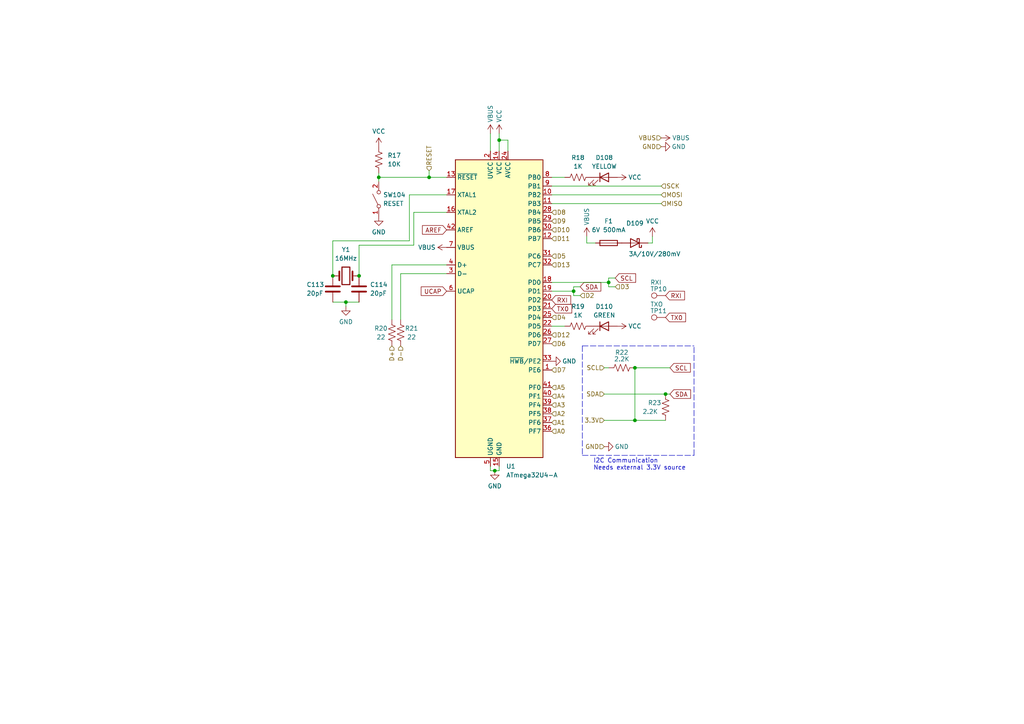
<source format=kicad_sch>
(kicad_sch (version 20211123) (generator eeschema)
  (paper "A4")
  (lib_symbols
    (symbol "Connector:TestPoint" (pin_numbers hide) (pin_names (offset 0.762) hide)
      (property "Reference" "TP" (at 0 6.858 0))
      (property "Value" "TestPoint" (at 0 5.08 0))
      (symbol "TestPoint_0_1"
        (circle (center 0 3.302) (radius 0.762))
      )
      (symbol "TestPoint_1_1"
        (pin passive line (at 0 0 90) (length 2.54) (name "1") (number "1"))
      )
    )
    (symbol "Device:C" (pin_numbers hide) (pin_names (offset 0.254))
      (property "Reference" "C" (at 0.635 2.54 0))
      (property "Value" "C" (at 0.635 -2.54 0))
      (symbol "C_0_1"
        (polyline (pts (xy -2.032 -0.762) (xy 2.032 -0.762)) (stroke (width 0.508)))
        (polyline (pts (xy -2.032 0.762) (xy 2.032 0.762)) (stroke (width 0.508)))
      )
      (symbol "C_1_1"
        (pin passive line (at 0 3.81 270) (length 2.794) (name "~") (number "1"))
        (pin passive line (at 0 -3.81 90) (length 2.794) (name "~") (number "2"))
      )
    )
    (symbol "Device:Crystal" (pin_numbers hide) (pin_names (offset 1.016) hide)
      (property "Reference" "Y" (at 0 3.81 0))
      (property "Value" "Crystal" (at 0 -3.81 0))
      (symbol "Crystal_0_1"
        (rectangle (start -1.143 2.54) (end 1.143 -2.54) (stroke (width 0.3048)))
        (polyline (pts (xy -2.54 0) (xy -1.905 0)))
        (polyline (pts (xy -1.905 -1.27) (xy -1.905 1.27)) (stroke (width 0.508)))
        (polyline (pts (xy 1.905 -1.27) (xy 1.905 1.27)) (stroke (width 0.508)))
        (polyline (pts (xy 2.54 0) (xy 1.905 0)))
      )
      (symbol "Crystal_1_1"
        (pin passive line (at -3.81 0 0) (length 1.27) (name "1") (number "1"))
        (pin passive line (at 3.81 0 180) (length 1.27) (name "2") (number "2"))
      )
    )
    (symbol "Device:D_Schottky" (pin_numbers hide) (pin_names (offset 1.016) hide)
      (property "Reference" "D" (at 0 2.54 0))
      (property "Value" "D_Schottky" (at 0 -2.54 0))
      (symbol "D_Schottky_0_1"
        (polyline (pts (xy 1.27 0) (xy -1.27 0)))
        (polyline (pts (xy 1.27 1.27) (xy 1.27 -1.27) (xy -1.27 0) (xy 1.27 1.27)) (stroke (width 0.254)))
        (polyline (pts (xy -1.905 0.635) (xy -1.905 1.27) (xy -1.27 1.27) (xy -1.27 -1.27) (xy -0.635 -1.27) (xy -0.635 -0.635)) (stroke (width 0.254)))
      )
      (symbol "D_Schottky_1_1"
        (pin passive line (at -3.81 0 0) (length 2.54) (name "K") (number "1"))
        (pin passive line (at 3.81 0 180) (length 2.54) (name "A") (number "2"))
      )
    )
    (symbol "Device:Fuse" (pin_numbers hide) (pin_names (offset 0))
      (property "Reference" "F" (at 2.032 0 90))
      (property "Value" "Fuse" (at -1.905 0 90))
      (symbol "Fuse_0_1"
        (rectangle (start -0.762 -2.54) (end 0.762 2.54) (stroke (width 0.254)))
        (polyline (pts (xy 0 2.54) (xy 0 -2.54)))
      )
      (symbol "Fuse_1_1"
        (pin passive line (at 0 3.81 270) (length 1.27) (name "~") (number "1"))
        (pin passive line (at 0 -3.81 90) (length 1.27) (name "~") (number "2"))
      )
    )
    (symbol "Device:LED" (pin_numbers hide) (pin_names (offset 1.016) hide)
      (property "Reference" "D" (at 0 2.54 0))
      (property "Value" "LED" (at 0 -2.54 0))
      (symbol "LED_0_1"
        (polyline (pts (xy -1.27 -1.27) (xy -1.27 1.27)) (stroke (width 0.254)))
        (polyline (pts (xy -1.27 0) (xy 1.27 0)))
        (polyline (pts (xy 1.27 -1.27) (xy 1.27 1.27) (xy -1.27 0) (xy 1.27 -1.27)) (stroke (width 0.254)))
        (polyline (pts (xy -3.048 -0.762) (xy -4.572 -2.286) (xy -3.81 -2.286) (xy -4.572 -2.286) (xy -4.572 -1.524)))
        (polyline (pts (xy -1.778 -0.762) (xy -3.302 -2.286) (xy -2.54 -2.286) (xy -3.302 -2.286) (xy -3.302 -1.524)))
      )
      (symbol "LED_1_1"
        (pin passive line (at -3.81 0 0) (length 2.54) (name "K") (number "1"))
        (pin passive line (at 3.81 0 180) (length 2.54) (name "A") (number "2"))
      )
    )
    (symbol "Device:R_US" (pin_numbers hide) (pin_names (offset 0))
      (property "Reference" "R" (at 2.54 0 90))
      (property "Value" "R_US" (at -2.54 0 90))
      (symbol "R_US_0_1"
        (polyline (pts (xy 0 -2.286) (xy 0 -2.54)))
        (polyline (pts (xy 0 2.286) (xy 0 2.54)))
        (polyline (pts (xy 0 -0.762) (xy 1.016 -1.143) (xy 0 -1.524) (xy -1.016 -1.905) (xy 0 -2.286)))
        (polyline (pts (xy 0 0.762) (xy 1.016 0.381) (xy 0 0) (xy -1.016 -0.381) (xy 0 -0.762)))
        (polyline (pts (xy 0 2.286) (xy 1.016 1.905) (xy 0 1.524) (xy -1.016 1.143) (xy 0 0.762)))
      )
      (symbol "R_US_1_1"
        (pin passive line (at 0 3.81 270) (length 1.27) (name "~") (number "1"))
        (pin passive line (at 0 -3.81 90) (length 1.27) (name "~") (number "2"))
      )
    )
    (symbol "MCU_Microchip_ATmega:ATmega32U4-A"
      (property "Reference" "U" (at -12.7 44.45 0))
      (property "Value" "ATmega32U4-A" (at 2.54 -44.45 0))
      (symbol "ATmega32U4-A_0_1"
        (rectangle (start -12.7 -43.18) (end 12.7 43.18) (stroke (width 0.254)) (fill (type background)))
      )
      (symbol "ATmega32U4-A_1_1"
        (pin bidirectional line (at 15.24 -17.78 180) (length 2.54) (name "PE6") (number "1"))
        (pin bidirectional line (at 15.24 33.02 180) (length 2.54) (name "PB2") (number "10"))
        (pin bidirectional line (at 15.24 30.48 180) (length 2.54) (name "PB3") (number "11"))
        (pin bidirectional line (at 15.24 20.32 180) (length 2.54) (name "PB7") (number "12"))
        (pin input line (at -15.24 38.1 0) (length 2.54) (name "~{RESET}") (number "13"))
        (pin power_in line (at 0 45.72 270) (length 2.54) (name "VCC") (number "14"))
        (pin power_in line (at 0 -45.72 90) (length 2.54) (name "GND") (number "15"))
        (pin output line (at -15.24 27.94 0) (length 2.54) (name "XTAL2") (number "16"))
        (pin input line (at -15.24 33.02 0) (length 2.54) (name "XTAL1") (number "17"))
        (pin bidirectional line (at 15.24 7.62 180) (length 2.54) (name "PD0") (number "18"))
        (pin bidirectional line (at 15.24 5.08 180) (length 2.54) (name "PD1") (number "19"))
        (pin power_in line (at -2.54 45.72 270) (length 2.54) (name "UVCC") (number "2"))
        (pin bidirectional line (at 15.24 2.54 180) (length 2.54) (name "PD2") (number "20"))
        (pin bidirectional line (at 15.24 0 180) (length 2.54) (name "PD3") (number "21"))
        (pin bidirectional line (at 15.24 -5.08 180) (length 2.54) (name "PD5") (number "22"))
        (pin passive line (at 0 -45.72 90) (length 2.54) hide (name "GND") (number "23"))
        (pin power_in line (at 2.54 45.72 270) (length 2.54) (name "AVCC") (number "24"))
        (pin bidirectional line (at 15.24 -2.54 180) (length 2.54) (name "PD4") (number "25"))
        (pin bidirectional line (at 15.24 -7.62 180) (length 2.54) (name "PD6") (number "26"))
        (pin bidirectional line (at 15.24 -10.16 180) (length 2.54) (name "PD7") (number "27"))
        (pin bidirectional line (at 15.24 27.94 180) (length 2.54) (name "PB4") (number "28"))
        (pin bidirectional line (at 15.24 25.4 180) (length 2.54) (name "PB5") (number "29"))
        (pin bidirectional line (at -15.24 10.16 0) (length 2.54) (name "D-") (number "3"))
        (pin bidirectional line (at 15.24 22.86 180) (length 2.54) (name "PB6") (number "30"))
        (pin bidirectional line (at 15.24 15.24 180) (length 2.54) (name "PC6") (number "31"))
        (pin bidirectional line (at 15.24 12.7 180) (length 2.54) (name "PC7") (number "32"))
        (pin bidirectional line (at 15.24 -15.24 180) (length 2.54) (name "~{HWB}/PE2") (number "33"))
        (pin passive line (at 0 45.72 270) (length 2.54) hide (name "VCC") (number "34"))
        (pin passive line (at 0 -45.72 90) (length 2.54) hide (name "GND") (number "35"))
        (pin bidirectional line (at 15.24 -35.56 180) (length 2.54) (name "PF7") (number "36"))
        (pin bidirectional line (at 15.24 -33.02 180) (length 2.54) (name "PF6") (number "37"))
        (pin bidirectional line (at 15.24 -30.48 180) (length 2.54) (name "PF5") (number "38"))
        (pin bidirectional line (at 15.24 -27.94 180) (length 2.54) (name "PF4") (number "39"))
        (pin bidirectional line (at -15.24 12.7 0) (length 2.54) (name "D+") (number "4"))
        (pin bidirectional line (at 15.24 -25.4 180) (length 2.54) (name "PF1") (number "40"))
        (pin bidirectional line (at 15.24 -22.86 180) (length 2.54) (name "PF0") (number "41"))
        (pin passive line (at -15.24 22.86 0) (length 2.54) (name "AREF") (number "42"))
        (pin passive line (at 0 -45.72 90) (length 2.54) hide (name "GND") (number "43"))
        (pin passive line (at 2.54 45.72 270) (length 2.54) hide (name "AVCC") (number "44"))
        (pin passive line (at -2.54 -45.72 90) (length 2.54) (name "UGND") (number "5"))
        (pin passive line (at -15.24 5.08 0) (length 2.54) (name "UCAP") (number "6"))
        (pin input line (at -15.24 17.78 0) (length 2.54) (name "VBUS") (number "7"))
        (pin bidirectional line (at 15.24 38.1 180) (length 2.54) (name "PB0") (number "8"))
        (pin bidirectional line (at 15.24 35.56 180) (length 2.54) (name "PB1") (number "9"))
      )
    )
    (symbol "Switch:SW_SPST" (pin_names (offset 0) hide)
      (property "Reference" "SW" (at 0 3.175 0))
      (property "Value" "SW_SPST" (at 0 -2.54 0))
      (symbol "SW_SPST_0_0"
        (circle (center -2.032 0) (radius 0.508))
        (polyline (pts (xy -1.524 0.254) (xy 1.524 1.778)))
        (circle (center 2.032 0) (radius 0.508))
      )
      (symbol "SW_SPST_1_1"
        (pin passive line (at -5.08 0 0) (length 2.54) (name "A") (number "1"))
        (pin passive line (at 5.08 0 180) (length 2.54) (name "B") (number "2"))
      )
    )
    (symbol "power:GND" (power) (pin_names (offset 0))
      (property "Value" "GND" (at 0 -3.81 0))
      (symbol "GND_0_1"
        (polyline (pts (xy 0 0) (xy 0 -1.27) (xy 1.27 -1.27) (xy 0 -2.54) (xy -1.27 -1.27) (xy 0 -1.27)))
      )
      (symbol "GND_1_1"
        (pin power_in line (at 0 0 270) (length 0) hide (name "GND") (number "1"))
      )
    )
    (symbol "power:VBUS" (power) (pin_names (offset 0))
      (property "Value" "VBUS" (at 0 3.81 0))
      (symbol "VBUS_0_1"
        (polyline (pts (xy -0.762 1.27) (xy 0 2.54)))
        (polyline (pts (xy 0 0) (xy 0 2.54)))
        (polyline (pts (xy 0 2.54) (xy 0.762 1.27)))
      )
      (symbol "VBUS_1_1"
        (pin power_in line (at 0 0 90) (length 0) hide (name "VBUS") (number "1"))
      )
    )
    (symbol "power:VCC" (power) (pin_names (offset 0))
      (property "Value" "VCC" (at 0 3.81 0))
      (symbol "VCC_0_1"
        (polyline (pts (xy -0.762 1.27) (xy 0 2.54)))
        (polyline (pts (xy 0 0) (xy 0 2.54)))
        (polyline (pts (xy 0 2.54) (xy 0.762 1.27)))
      )
      (symbol "VCC_1_1"
        (pin power_in line (at 0 0 90) (length 0) hide (name "VCC") (number "1"))
      )
    )
  )
  (junction (at 124.46 51.435))
  (junction (at 143.51 136.525))
  (junction (at 166.37 84.455))
  (junction (at 109.855 51.435))
  (junction (at 184.15 121.92))
  (junction (at 96.52 80.01))
  (junction (at 184.15 106.68))
  (junction (at 144.78 40.64))
  (junction (at 104.14 80.01))
  (junction (at 176.53 81.915))
  (junction (at 193.04 114.3))
  (junction (at 100.33 87.63))
  (wire (pts (xy 147.32 43.815) (xy 147.32 40.64)))
  (wire (pts (xy 170.18 70.485) (xy 170.18 68.58)))
  (polyline (pts (xy 168.91 100.33) (xy 201.295 100.33)))
  (wire (pts (xy 166.37 83.185) (xy 168.275 83.185)))
  (wire (pts (xy 144.78 136.525) (xy 143.51 136.525)))
  (wire (pts (xy 160.02 59.055) (xy 191.77 59.055)))
  (wire (pts (xy 129.54 61.595) (xy 120.015 61.595)))
  (wire (pts (xy 189.23 70.485) (xy 189.23 68.58)))
  (wire (pts (xy 143.51 136.525) (xy 142.24 136.525)))
  (wire (pts (xy 100.33 87.63) (xy 100.33 88.9)))
  (wire (pts (xy 129.54 76.835) (xy 113.665 76.835)))
  (wire (pts (xy 124.46 51.435) (xy 109.855 51.435)))
  (wire (pts (xy 147.32 40.64) (xy 144.78 40.64)))
  (wire (pts (xy 175.26 114.3) (xy 193.04 114.3)))
  (polyline (pts (xy 201.295 132.08) (xy 201.295 100.33)))
  (wire (pts (xy 176.53 83.185) (xy 178.435 83.185)))
  (wire (pts (xy 144.78 38.735) (xy 144.78 40.64)))
  (wire (pts (xy 160.02 53.975) (xy 191.77 53.975)))
  (wire (pts (xy 166.37 84.455) (xy 166.37 83.185)))
  (wire (pts (xy 160.02 81.915) (xy 176.53 81.915)))
  (wire (pts (xy 144.78 40.64) (xy 144.78 43.815)))
  (wire (pts (xy 176.53 80.645) (xy 176.53 81.915)))
  (wire (pts (xy 160.02 51.435) (xy 163.83 51.435)))
  (wire (pts (xy 160.02 56.515) (xy 191.77 56.515)))
  (wire (pts (xy 193.04 114.3) (xy 194.31 114.3)))
  (wire (pts (xy 104.14 71.12) (xy 120.015 71.12)))
  (wire (pts (xy 129.54 79.375) (xy 116.205 79.375)))
  (wire (pts (xy 160.02 84.455) (xy 166.37 84.455)))
  (wire (pts (xy 118.745 56.515) (xy 118.745 69.85)))
  (wire (pts (xy 184.15 106.68) (xy 184.15 121.92)))
  (wire (pts (xy 104.14 71.12) (xy 104.14 80.01)))
  (wire (pts (xy 175.26 106.68) (xy 176.53 106.68)))
  (wire (pts (xy 124.46 49.53) (xy 124.46 51.435)))
  (wire (pts (xy 160.02 94.615) (xy 163.83 94.615)))
  (wire (pts (xy 166.37 85.725) (xy 166.37 84.455)))
  (wire (pts (xy 144.78 135.255) (xy 144.78 136.525)))
  (polyline (pts (xy 168.91 132.08) (xy 201.295 132.08)))
  (wire (pts (xy 142.24 38.735) (xy 142.24 43.815)))
  (wire (pts (xy 176.53 81.915) (xy 176.53 83.185)))
  (wire (pts (xy 96.52 87.63) (xy 100.33 87.63)))
  (wire (pts (xy 187.96 70.485) (xy 189.23 70.485)))
  (wire (pts (xy 109.855 51.435) (xy 109.855 52.705)))
  (wire (pts (xy 109.855 51.435) (xy 109.855 50.165)))
  (wire (pts (xy 120.015 61.595) (xy 120.015 71.12)))
  (wire (pts (xy 184.15 106.68) (xy 194.31 106.68)))
  (wire (pts (xy 178.435 80.645) (xy 176.53 80.645)))
  (wire (pts (xy 129.54 56.515) (xy 118.745 56.515)))
  (wire (pts (xy 96.52 69.85) (xy 118.745 69.85)))
  (polyline (pts (xy 168.91 100.33) (xy 168.91 132.08)))
  (wire (pts (xy 96.52 69.85) (xy 96.52 80.01)))
  (wire (pts (xy 116.205 79.375) (xy 116.205 92.71)))
  (wire (pts (xy 168.275 85.725) (xy 166.37 85.725)))
  (wire (pts (xy 193.04 121.92) (xy 184.15 121.92)))
  (wire (pts (xy 129.54 51.435) (xy 124.46 51.435)))
  (wire (pts (xy 100.33 87.63) (xy 104.14 87.63)))
  (wire (pts (xy 184.15 121.92) (xy 175.26 121.92)))
  (wire (pts (xy 113.665 76.835) (xy 113.665 92.71)))
  (wire (pts (xy 172.72 70.485) (xy 170.18 70.485)))
  (wire (pts (xy 142.24 136.525) (xy 142.24 135.255)))
  (text "I2C Communication\nNeeds external 3.3V source" (at 172.085 136.525 0) (effects (font (size 1.27 1.27)) (justify left bottom)))
  (global_label "SDA" (shape input) (at 194.31 114.3 0) (property "Intersheet References" "${INTERSHEET_REFS}" (effects hide)))
  (global_label "TX0" (shape input) (at 193.04 92.075 0) (property "Intersheet References" "${INTERSHEET_REFS}" (effects hide)))
  (global_label "RXI" (shape input) (at 160.02 86.995 0) (property "Intersheet References" "${INTERSHEET_REFS}" (effects hide)))
  (global_label "SCL" (shape input) (at 178.435 80.645 0) (property "Intersheet References" "${INTERSHEET_REFS}" (effects hide)))
  (global_label "SCL" (shape input) (at 194.31 106.68 0) (property "Intersheet References" "${INTERSHEET_REFS}" (effects hide)))
  (global_label "TX0" (shape input) (at 160.02 89.535 0) (property "Intersheet References" "${INTERSHEET_REFS}" (effects hide)))
  (global_label "AREF" (shape input) (at 129.54 66.675 180) (property "Intersheet References" "${INTERSHEET_REFS}" (effects hide)))
  (global_label "UCAP" (shape input) (at 129.54 84.455 180) (property "Intersheet References" "${INTERSHEET_REFS}" (effects hide)))
  (global_label "SDA" (shape input) (at 168.275 83.185 0) (property "Intersheet References" "${INTERSHEET_REFS}" (effects hide)))
  (global_label "RXI" (shape input) (at 193.04 85.725 0) (property "Intersheet References" "${INTERSHEET_REFS}" (effects hide)))
  (hierarchical_label "D6" (shape input) (at 160.02 99.695 0))
  (hierarchical_label "D9" (shape input) (at 160.02 64.135 0))
  (hierarchical_label "D7" (shape input) (at 160.02 107.315 0))
  (hierarchical_label "3.3V" (shape input) (at 175.26 121.92 180))
  (hierarchical_label "D13" (shape input) (at 160.02 76.835 0))
  (hierarchical_label "MISO" (shape input) (at 191.77 59.055 0))
  (hierarchical_label "SDA" (shape input) (at 175.26 114.3 180))
  (hierarchical_label "A4" (shape input) (at 160.02 114.935 0))
  (hierarchical_label "RESET" (shape input) (at 124.46 49.53 90))
  (hierarchical_label "A2" (shape input) (at 160.02 120.015 0))
  (hierarchical_label "D5" (shape input) (at 160.02 74.295 0))
  (hierarchical_label "A3" (shape input) (at 160.02 117.475 0))
  (hierarchical_label "D12" (shape input) (at 160.02 97.155 0))
  (hierarchical_label "GND" (shape input) (at 191.77 42.545 180))
  (hierarchical_label "D-" (shape input) (at 116.205 100.33 270))
  (hierarchical_label "D4" (shape input) (at 160.02 92.075 0))
  (hierarchical_label "D3" (shape input) (at 178.435 83.185 0))
  (hierarchical_label "VBUS" (shape input) (at 191.77 40.005 180))
  (hierarchical_label "D+" (shape input) (at 113.665 100.33 270))
  (hierarchical_label "A0" (shape input) (at 160.02 125.095 0))
  (hierarchical_label "SCL" (shape input) (at 175.26 106.68 180))
  (hierarchical_label "D2" (shape input) (at 168.275 85.725 0))
  (hierarchical_label "D11" (shape input) (at 160.02 69.215 0))
  (hierarchical_label "D10" (shape input) (at 160.02 66.675 0))
  (hierarchical_label "SCK" (shape input) (at 191.77 53.975 0))
  (hierarchical_label "A5" (shape input) (at 160.02 112.395 0))
  (hierarchical_label "MOSI" (shape input) (at 191.77 56.515 0))
  (hierarchical_label "GND" (shape input) (at 175.26 129.54 180))
  (hierarchical_label "D8" (shape input) (at 160.02 61.595 0))
  (hierarchical_label "A1" (shape input) (at 160.02 122.555 0))
  (symbol (lib_id "power:VBUS") (at 129.54 71.755 90) (unit 1)
    (property "Reference" "#PWR0236" (effects hide))
    (property "Value" "VBUS" (at 126.365 71.755 90) (effects (justify left)))
  )
  (symbol (lib_id "Device:R_US") (at 167.64 51.435 90) (unit 1)
    (property "Reference" "R18" (at 167.64 45.72 90))
    (property "Value" "1K" (at 167.64 48.26 90))
    (property "Footprint" "Resistor_SMD:R_0603_1608Metric" (effects hide))
  )
  (symbol (lib_id "Device:D_Schottky") (at 184.15 70.485 180) (unit 1)
    (property "Reference" "D109" (at 184.15 64.77 0))
    (property "Value" "3A/10V/280mV" (at 189.865 73.66 0))
  )
  (symbol (lib_id "Device:LED") (at 175.26 51.435 0) (unit 1)
    (property "Reference" "D108" (at 175.26 45.72 0))
    (property "Value" "YELLOW" (at 175.26 48.26 0))
    (property "Footprint" "Diode_SMD:D_0603_1608Metric" (effects hide))
  )
  (symbol (lib_id "Device:R_US") (at 109.855 46.355 0) (unit 1)
    (property "Reference" "R17" (at 112.395 45.0849 0) (effects (justify left)))
    (property "Value" "10K" (at 112.395 47.6249 0) (effects (justify left)))
    (property "Footprint" "Resistor_SMD:R_0603_1608Metric" (effects hide))
  )
  (symbol (lib_id "Device:R_US") (at 167.64 94.615 90) (unit 1)
    (property "Reference" "R19" (at 167.64 88.9 90))
    (property "Value" "1K" (at 167.64 91.44 90))
    (property "Footprint" "Resistor_SMD:R_0603_1608Metric" (effects hide))
  )
  (symbol (lib_id "power:VBUS") (at 191.77 40.005 270) (unit 1)
    (property "Reference" "#PWR0229" (effects hide))
    (property "Value" "VBUS" (at 194.945 40.005 90) (effects (justify left)))
  )
  (symbol (lib_id "Device:Crystal") (at 100.33 80.01 0) (unit 1)
    (property "Reference" "Y1" (at 100.33 72.39 0))
    (property "Value" "16MHz" (at 100.33 74.93 0))
  )
  (symbol (lib_id "power:VCC") (at 144.78 38.735 0) (unit 1)
    (property "Reference" "#PWR0228" (effects hide))
    (property "Value" "VCC" (at 144.78 33.655 90))
  )
  (symbol (lib_id "power:GND") (at 175.26 129.54 90) (unit 1)
    (property "Reference" "#PWR0242" (effects hide))
    (property "Value" "GND" (at 180.34 129.54 90))
  )
  (symbol (lib_id "power:GND") (at 143.51 136.525 0) (unit 1)
    (property "Reference" "#PWR0243" (effects hide))
    (property "Value" "GND" (at 143.51 140.97 0))
  )
  (symbol (lib_id "Device:C") (at 104.14 83.82 0) (unit 1)
    (property "Reference" "C114" (at 107.315 82.55 0) (effects (justify left)))
    (property "Value" "20pF" (at 107.315 85.09 0) (effects (justify left)))
    (property "Footprint" "Capacitor_SMD:C_0603_1608Metric" (effects hide))
  )
  (symbol (lib_id "Device:R_US") (at 113.665 96.52 180) (unit 1)
    (property "Reference" "R20" (at 110.49 95.25 0))
    (property "Value" "22" (at 110.49 97.79 0))
    (property "Footprint" "Resistor_SMD:R_0603_1608Metric" (effects hide))
  )
  (symbol (lib_id "power:VCC") (at 179.07 94.615 270) (unit 1)
    (property "Reference" "#PWR0238" (effects hide))
    (property "Value" "VCC" (at 184.15 94.615 90))
  )
  (symbol (lib_id "power:VCC") (at 109.855 42.545 0) (unit 1)
    (property "Reference" "#PWR0230" (effects hide))
    (property "Value" "VCC" (at 109.855 38.1 0))
  )
  (symbol (lib_id "power:VCC") (at 189.23 68.58 0) (unit 1)
    (property "Reference" "#PWR0235" (effects hide))
    (property "Value" "VCC" (at 189.23 64.135 0))
  )
  (symbol (lib_id "Switch:SW_SPST") (at 109.855 57.785 90) (unit 1)
    (property "Reference" "SW104" (at 111.125 56.5149 90) (effects (justify right)))
    (property "Value" "RESET" (at 111.125 59.0549 90) (effects (justify right)))
  )
  (symbol (lib_id "power:GND") (at 109.855 62.865 0) (unit 1)
    (property "Reference" "#PWR0233" (effects hide))
    (property "Value" "GND" (at 109.855 67.31 0))
  )
  (symbol (lib_id "Device:R_US") (at 180.34 106.68 270) (unit 1)
    (property "Reference" "R22" (at 180.34 102.235 90))
    (property "Value" "2.2K" (at 180.34 104.14 90))
    (property "Footprint" "Resistor_SMD:R_0603_1608Metric" (effects hide))
  )
  (symbol (lib_id "power:VBUS") (at 142.24 38.735 0) (unit 1)
    (property "Reference" "#PWR0227" (effects hide))
    (property "Value" "VBUS" (at 142.24 35.56 90) (effects (justify left)))
  )
  (symbol (lib_id "power:GND") (at 160.02 104.775 90) (unit 1)
    (property "Reference" "#PWR0239" (effects hide))
    (property "Value" "GND" (at 165.1 104.775 90))
  )
  (symbol (lib_id "Device:R_US") (at 116.205 96.52 180) (unit 1)
    (property "Reference" "R21" (at 119.38 95.25 0))
    (property "Value" "22" (at 119.38 97.79 0))
    (property "Footprint" "Resistor_SMD:R_0603_1608Metric" (effects hide))
  )
  (symbol (lib_id "power:VBUS") (at 170.18 68.58 0) (unit 1)
    (property "Reference" "#PWR0234" (effects hide))
    (property "Value" "VBUS" (at 170.18 65.405 90) (effects (justify left)))
  )
  (symbol (lib_id "Device:C") (at 96.52 83.82 0) (unit 1)
    (property "Reference" "C113" (at 88.9 82.55 0) (effects (justify left)))
    (property "Value" "20pF" (at 88.9 85.09 0) (effects (justify left)))
    (property "Footprint" "Capacitor_SMD:C_0603_1608Metric" (effects hide))
  )
  (symbol (lib_id "Connector:TestPoint") (at 193.04 92.075 90) (unit 1)
    (property "Reference" "TP11" (at 188.595 90.17 90) (effects (justify right)))
    (property "Value" "TXO" (at 188.595 88.265 90) (effects (justify right)))
  )
  (symbol (lib_id "power:VCC") (at 179.07 51.435 270) (unit 1)
    (property "Reference" "#PWR0232" (effects hide))
    (property "Value" "VCC" (at 184.15 51.435 90))
  )
  (symbol (lib_id "Device:R_US") (at 193.04 118.11 180) (unit 1)
    (property "Reference" "R23" (at 189.865 116.84 0))
    (property "Value" "2.2K" (at 188.595 119.38 0))
    (property "Footprint" "Resistor_SMD:R_0603_1608Metric" (effects hide))
  )
  (symbol (lib_id "MCU_Microchip_ATmega:ATmega32U4-A") (at 144.78 89.535 0) (unit 1)
    (property "Reference" "U1" (at 146.7994 135.255 0) (effects (justify left)))
    (property "Value" "ATmega32U4-A" (at 146.7994 137.795 0) (effects (justify left)))
    (property "Footprint" "Package_QFP:TQFP-44_10x10mm_P0.8mm" (effects hide))
    (property "Datasheet" "http://ww1.microchip.com/downloads/en/DeviceDoc/Atmel-7766-8-bit-AVR-ATmega16U4-32U4_Datasheet.pdf" (effects hide))
  )
  (symbol (lib_id "Connector:TestPoint") (at 193.04 85.725 90) (unit 1)
    (property "Reference" "TP10" (at 188.595 83.82 90) (effects (justify right)))
    (property "Value" "RXI" (at 188.595 81.915 90) (effects (justify right)))
  )
  (symbol (lib_id "power:GND") (at 100.33 88.9 0) (unit 1)
    (property "Reference" "#PWR0237" (effects hide))
    (property "Value" "GND" (at 100.33 93.345 0))
  )
  (symbol (lib_id "Device:Fuse") (at 176.53 70.485 90) (unit 1)
    (property "Reference" "F1" (at 176.53 64.135 90))
    (property "Value" "6V 500mA" (at 176.53 66.675 90))
  )
  (symbol (lib_id "power:GND") (at 191.77 42.545 90) (unit 1)
    (property "Reference" "#PWR0231" (effects hide))
    (property "Value" "GND" (at 196.85 42.545 90))
  )
  (symbol (lib_id "Device:LED") (at 175.26 94.615 0) (unit 1)
    (property "Reference" "D110" (at 175.26 88.9 0))
    (property "Value" "GREEN" (at 175.26 91.44 0))
    (property "Footprint" "LED_SMD:LED_0805_2012Metric" (effects hide))
  )
)
</source>
